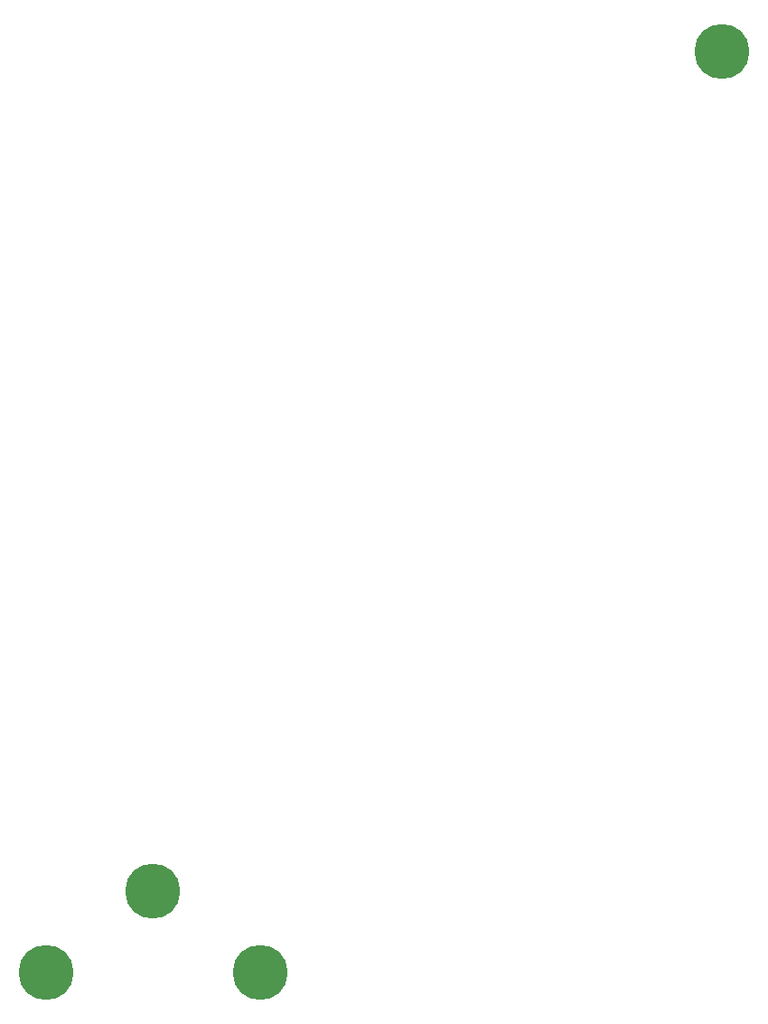
<source format=gtl>
G04 start of page 2 for group 3 layer_idx 0 *
G04 Title: (unknown), top_copper *
G04 Creator: pcb-rnd 2.3.2 *
G04 CreationDate: 2021-05-11 20:53:27 UTC *
G04 For:  *
G04 Format: Gerber/RS-274X *
G04 PCB-Dimensions: 455000 500000 *
G04 PCB-Coordinate-Origin: lower left *
%MOIN*%
%FSLAX25Y25*%
%LNTOP_COPPER_NONE_3*%
%ADD12C,0.3280*%
%ADD11C,0.2028*%
G54D11*X119000Y77000D03*
X198000D03*
X158500Y107000D03*
X368500Y416500D03*
G54D12*M02*

</source>
